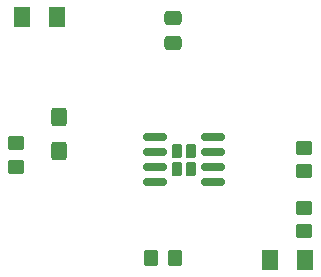
<source format=gbr>
%TF.GenerationSoftware,KiCad,Pcbnew,(6.0.10)*%
%TF.CreationDate,2023-02-16T14:18:23-08:00*%
%TF.ProjectId,Exercise2,45786572-6369-4736-9532-2e6b69636164,rev?*%
%TF.SameCoordinates,Original*%
%TF.FileFunction,Paste,Top*%
%TF.FilePolarity,Positive*%
%FSLAX46Y46*%
G04 Gerber Fmt 4.6, Leading zero omitted, Abs format (unit mm)*
G04 Created by KiCad (PCBNEW (6.0.10)) date 2023-02-16 14:18:23*
%MOMM*%
%LPD*%
G01*
G04 APERTURE LIST*
G04 Aperture macros list*
%AMRoundRect*
0 Rectangle with rounded corners*
0 $1 Rounding radius*
0 $2 $3 $4 $5 $6 $7 $8 $9 X,Y pos of 4 corners*
0 Add a 4 corners polygon primitive as box body*
4,1,4,$2,$3,$4,$5,$6,$7,$8,$9,$2,$3,0*
0 Add four circle primitives for the rounded corners*
1,1,$1+$1,$2,$3*
1,1,$1+$1,$4,$5*
1,1,$1+$1,$6,$7*
1,1,$1+$1,$8,$9*
0 Add four rect primitives between the rounded corners*
20,1,$1+$1,$2,$3,$4,$5,0*
20,1,$1+$1,$4,$5,$6,$7,0*
20,1,$1+$1,$6,$7,$8,$9,0*
20,1,$1+$1,$8,$9,$2,$3,0*%
G04 Aperture macros list end*
%ADD10RoundRect,0.250000X0.450000X-0.350000X0.450000X0.350000X-0.450000X0.350000X-0.450000X-0.350000X0*%
%ADD11RoundRect,0.250000X0.475000X-0.337500X0.475000X0.337500X-0.475000X0.337500X-0.475000X-0.337500X0*%
%ADD12RoundRect,0.250000X-0.450000X0.350000X-0.450000X-0.350000X0.450000X-0.350000X0.450000X0.350000X0*%
%ADD13RoundRect,0.230000X-0.230000X-0.375000X0.230000X-0.375000X0.230000X0.375000X-0.230000X0.375000X0*%
%ADD14RoundRect,0.150000X-0.825000X-0.150000X0.825000X-0.150000X0.825000X0.150000X-0.825000X0.150000X0*%
%ADD15RoundRect,0.250001X-0.462499X-0.624999X0.462499X-0.624999X0.462499X0.624999X-0.462499X0.624999X0*%
%ADD16RoundRect,0.250001X0.462499X0.624999X-0.462499X0.624999X-0.462499X-0.624999X0.462499X-0.624999X0*%
%ADD17RoundRect,0.250000X0.350000X0.450000X-0.350000X0.450000X-0.350000X-0.450000X0.350000X-0.450000X0*%
%ADD18RoundRect,0.250000X0.425000X-0.537500X0.425000X0.537500X-0.425000X0.537500X-0.425000X-0.537500X0*%
G04 APERTURE END LIST*
D10*
%TO.C,R4*%
X94990000Y-94610000D03*
X94990000Y-92610000D03*
%TD*%
D11*
%TO.C,C2*%
X108320000Y-84077500D03*
X108320000Y-82002500D03*
%TD*%
D12*
%TO.C,R1*%
X119380000Y-92980000D03*
X119380000Y-94980000D03*
%TD*%
D13*
%TO.C,U1*%
X108650000Y-93230000D03*
X108650000Y-94730000D03*
X109790000Y-94730000D03*
X109790000Y-93230000D03*
D14*
X106745000Y-92075000D03*
X106745000Y-93345000D03*
X106745000Y-94615000D03*
X106745000Y-95885000D03*
X111695000Y-95885000D03*
X111695000Y-94615000D03*
X111695000Y-93345000D03*
X111695000Y-92075000D03*
%TD*%
D15*
%TO.C,D1*%
X116482500Y-102480000D03*
X119457500Y-102480000D03*
%TD*%
D16*
%TO.C,D2*%
X98465000Y-81880000D03*
X95490000Y-81880000D03*
%TD*%
D17*
%TO.C,R3*%
X108450000Y-102320000D03*
X106450000Y-102320000D03*
%TD*%
D12*
%TO.C,R2*%
X119380000Y-98060000D03*
X119380000Y-100060000D03*
%TD*%
D18*
%TO.C,C1*%
X98600000Y-93217500D03*
X98600000Y-90342500D03*
%TD*%
M02*

</source>
